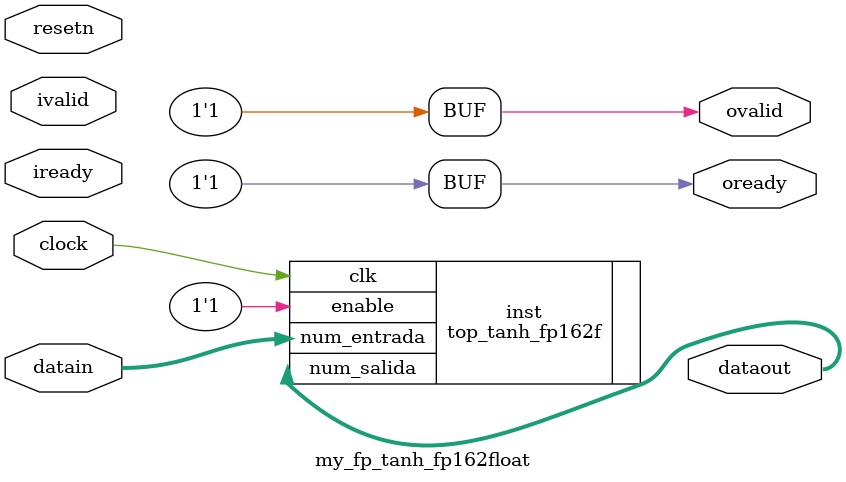
<source format=v>
`timescale 1 ps / 1 ps
module my_fp_tanh_fp162float (

	input   clock,
	input   resetn,
	input   ivalid, 
	input   iready,
	output  ovalid, 
	output  oready,
	input   [15:0]  datain,
	output  [31:0]  dataout);
	
	
  assign ovalid = 1'b1;
  assign oready = 1'b1;
  // ivalid, iready, resetn are ignored
  

	top_tanh_fp162f	inst(
				.clk(clock),
				.enable(1'b1),
				.num_entrada(datain),
				.num_salida(dataout));

endmodule

</source>
